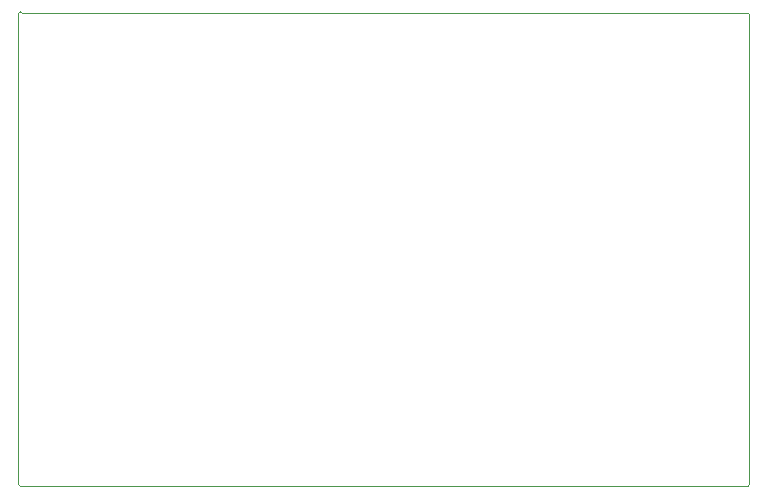
<source format=gbr>
%TF.GenerationSoftware,Altium Limited,Altium Designer,23.2.1 (34)*%
G04 Layer_Color=0*
%FSLAX45Y45*%
%MOMM*%
%TF.SameCoordinates,76BEBE9A-6656-4806-BAFE-41FAB228EB9C*%
%TF.FilePolarity,Positive*%
%TF.FileFunction,Profile,NP*%
%TF.Part,Single*%
G01*
G75*
%TA.AperFunction,Profile*%
%ADD65C,0.02540*%
D65*
X0Y-15038D02*
G02*
X-15038Y0I0J15038D01*
G01*
Y3987800D01*
D02*
G02*
X14855Y3990138I15038J0D01*
G01*
X6159500D01*
D02*
G02*
X6174538Y3975100I0J-15038D01*
G01*
X6174538Y0D01*
D02*
G02*
X6159500Y-15038I-15038J0D01*
G01*
X0D01*
%TF.MD5,8457c169f9722de34bc7dfaf3c5fe254*%
M02*

</source>
